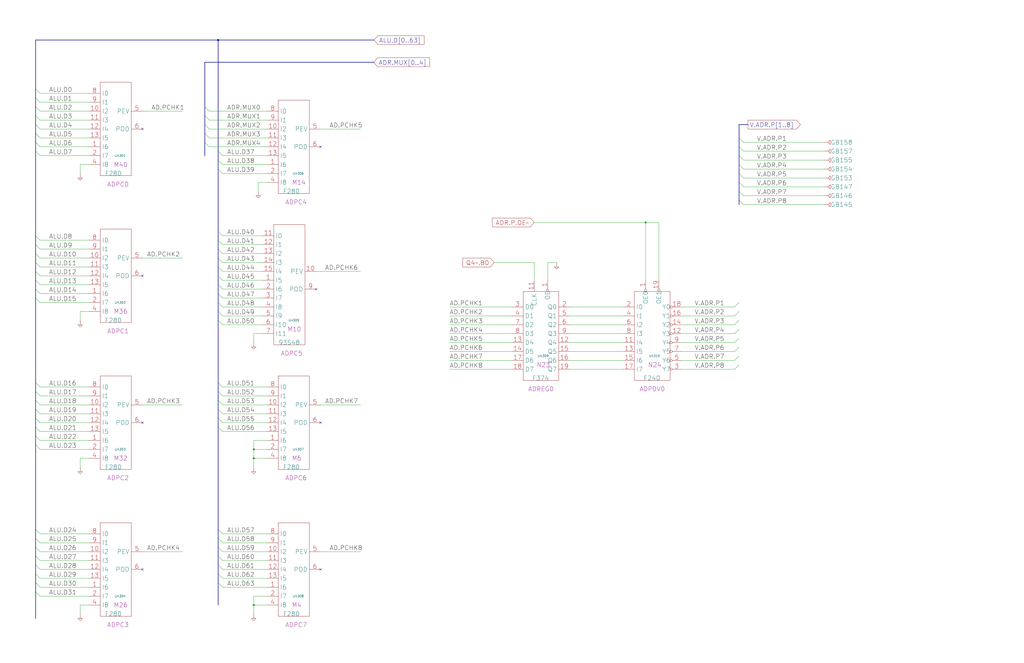
<source format=kicad_sch>
(kicad_sch (version 20230121) (generator eeschema)
  (paper "User" 584.2 378.46)
  (title_block (title "ADDRESS BUS PARITY\\nPARITY") (date "22-MAR-90") (rev "1.0") (comment 1 "VALUE") (comment 2 "232-003063") (comment 3 "S400") (comment 4 "RELEASED"))
  (lib_symbols
    (symbol "r1000:93S48" (pin_names (offset 1.016))
      (property "Reference" "U" (at 2.54 5.08 0))
      (property "Value" "93S48" (at -6.35 -7.62 0))
      (property "Location" "___" (at -1.27 0 0))
      (property "Name" "______" (at 1.27 -15.24 0))
      (symbol "93S48_1_1"
        (rectangle (start -8.89 59.69) (end 8.89 -8.89))
        (pin input line (at -15.24 27.94 0) (length 6.35) (name "I5") (number "1"))
        (pin output line (at 15.24 33.02 180) (length 6.35) (name "PEV") (number "10"))
        (pin input line (at -15.24 53.34 0) (length 6.35) (name "I0") (number "11"))
        (pin input line (at -15.24 48.26 0) (length 6.35) (name "I1") (number "12"))
        (pin input line (at -15.24 43.18 0) (length 6.35) (name "I2") (number "13"))
        (pin input line (at -15.24 38.1 0) (length 6.35) (name "I3") (number "14"))
        (pin input line (at -15.24 33.02 0) (length 6.35) (name "I4") (number "15"))
        (pin input line (at -15.24 22.86 0) (length 6.35) (name "I6") (number "2"))
        (pin input line (at -15.24 17.78 0) (length 6.35) (name "I7") (number "3"))
        (pin input line (at -15.24 12.7 0) (length 6.35) (name "I8") (number "4"))
        (pin input line (at -15.24 7.62 0) (length 6.35) (name "I9") (number "5"))
        (pin input line (at -15.24 2.54 0) (length 6.35) (name "I10") (number "6"))
        (pin input line (at -15.24 -2.54 0) (length 6.35) (name "I11") (number "7"))
        (pin output line (at 15.24 22.86 180) (length 6.35) (name "POD") (number "9"))
      )
    )
    (symbol "r1000:F240" (pin_names (offset 1.016))
      (property "Reference" "U" (at 2.54 5.08 0))
      (property "Value" "F240" (at -3.81 -7.62 0))
      (property "Location" "___" (at -1.27 0 0))
      (property "Name" "______" (at 1.27 -15.24 0))
      (symbol "F240_1_1"
        (rectangle (start -8.89 41.91) (end 11.43 -8.89))
        (circle (center -2.54 42.545) (radius 0.635))
        (circle (center 5.08 42.545) (radius 0.635))
        (circle (center 12.065 -2.54) (radius 0.635))
        (circle (center 12.065 2.54) (radius 0.635))
        (circle (center 12.065 7.62) (radius 0.635))
        (circle (center 12.065 12.7) (radius 0.635))
        (circle (center 12.065 17.78) (radius 0.635))
        (circle (center 12.065 22.86) (radius 0.635))
        (circle (center 12.065 27.94) (radius 0.635))
        (circle (center 12.065 33.02) (radius 0.635))
        (pin input line (at -2.54 48.26 270) (length 5.08) (name "OE0") (number "1"))
        (pin input line (at -15.24 12.7 0) (length 6.35) (name "I4") (number "11"))
        (pin tri_state line (at 17.78 17.78 180) (length 5.08) (name "Y3") (number "12"))
        (pin input line (at -15.24 7.62 0) (length 6.35) (name "I5") (number "13"))
        (pin tri_state line (at 17.78 22.86 180) (length 5.08) (name "Y2") (number "14"))
        (pin input line (at -15.24 2.54 0) (length 6.35) (name "I6") (number "15"))
        (pin tri_state line (at 17.78 27.94 180) (length 5.08) (name "Y1") (number "16"))
        (pin input line (at -15.24 -2.54 0) (length 6.35) (name "I7") (number "17"))
        (pin tri_state line (at 17.78 33.02 180) (length 5.08) (name "Y0") (number "18"))
        (pin input line (at 5.08 48.26 270) (length 5.08) (name "OE1") (number "19"))
        (pin input line (at -15.24 33.02 0) (length 6.35) (name "I0") (number "2"))
        (pin tri_state line (at 17.78 -2.54 180) (length 5.08) (name "Y7") (number "3"))
        (pin input line (at -15.24 27.94 0) (length 6.35) (name "I1") (number "4"))
        (pin tri_state line (at 17.78 2.54 180) (length 5.08) (name "Y6") (number "5"))
        (pin input line (at -15.24 22.86 0) (length 6.35) (name "I2") (number "6"))
        (pin tri_state line (at 17.78 7.62 180) (length 5.08) (name "Y5") (number "7"))
        (pin input line (at -15.24 17.78 0) (length 6.35) (name "I3") (number "8"))
        (pin tri_state line (at 17.78 12.7 180) (length 5.08) (name "Y4") (number "9"))
      )
    )
    (symbol "r1000:F280" (pin_names (offset 1.016))
      (property "Reference" "U" (at 2.54 5.08 0))
      (property "Value" "F280" (at -6.35 -5.08 0))
      (property "Location" "___" (at -1.27 0 0))
      (property "Name" "______" (at 1.27 -12.7 0))
      (symbol "F280_1_1"
        (rectangle (start -8.89 46.99) (end 8.89 -6.35))
        (pin input line (at -15.24 10.16 0) (length 6.35) (name "I6") (number "1"))
        (pin input line (at -15.24 30.48 0) (length 6.35) (name "I2") (number "10"))
        (pin input line (at -15.24 25.4 0) (length 6.35) (name "I3") (number "11"))
        (pin input line (at -15.24 20.32 0) (length 6.35) (name "I4") (number "12"))
        (pin input line (at -15.24 15.24 0) (length 6.35) (name "I5") (number "13"))
        (pin input line (at -15.24 5.08 0) (length 6.35) (name "I7") (number "2"))
        (pin input line (at -15.24 0 0) (length 6.35) (name "I8") (number "4"))
        (pin output line (at 15.24 30.48 180) (length 6.35) (name "PEV") (number "5"))
        (pin output line (at 15.24 20.32 180) (length 6.35) (name "POD") (number "6"))
        (pin input line (at -15.24 40.64 0) (length 6.35) (name "I0") (number "8"))
        (pin input line (at -15.24 35.56 0) (length 6.35) (name "I1") (number "9"))
      )
    )
    (symbol "r1000:F374" (pin_names (offset 1.016))
      (property "Reference" "U" (at 2.54 5.08 0))
      (property "Value" "F374" (at -3.81 -7.62 0))
      (property "Location" "___" (at -1.27 0 0))
      (property "Name" "______" (at 1.27 -15.24 0))
      (symbol "F374_1_1"
        (rectangle (start -8.89 41.91) (end 11.43 -8.89))
        (circle (center 5.08 42.545) (radius 0.635))
        (pin input line (at 5.08 48.26 270) (length 5.08) (name "OE") (number "1"))
        (pin input line (at -2.54 48.26 270) (length 6.35) (name "CLK") (number "11"))
        (pin tri_state line (at 17.78 12.7 180) (length 6.35) (name "Q4") (number "12"))
        (pin input line (at -15.24 12.7 0) (length 6.35) (name "D4") (number "13"))
        (pin input line (at -15.24 7.62 0) (length 6.35) (name "D5") (number "14"))
        (pin tri_state line (at 17.78 7.62 180) (length 6.35) (name "Q5") (number "15"))
        (pin tri_state line (at 17.78 2.54 180) (length 6.35) (name "Q6") (number "16"))
        (pin input line (at -15.24 2.54 0) (length 6.35) (name "D6") (number "17"))
        (pin input line (at -15.24 -2.54 0) (length 6.35) (name "D7") (number "18"))
        (pin tri_state line (at 17.78 -2.54 180) (length 6.35) (name "Q7") (number "19"))
        (pin tri_state line (at 17.78 33.02 180) (length 6.35) (name "Q0") (number "2"))
        (pin input line (at -15.24 33.02 0) (length 6.35) (name "D0") (number "3"))
        (pin input line (at -15.24 27.94 0) (length 6.35) (name "D1") (number "4"))
        (pin tri_state line (at 17.78 27.94 180) (length 6.35) (name "Q1") (number "5"))
        (pin tri_state line (at 17.78 22.86 180) (length 6.35) (name "Q2") (number "6"))
        (pin input line (at -15.24 22.86 0) (length 6.35) (name "D2") (number "7"))
        (pin input line (at -15.24 17.78 0) (length 6.35) (name "D3") (number "8"))
        (pin tri_state line (at 17.78 17.78 180) (length 6.35) (name "Q3") (number "9"))
      )
    )
    (symbol "r1000:GB" (pin_numbers hide) (pin_names (offset 0) hide)
      (property "Reference" "GB" (at 3.81 0 0))
      (symbol "GB_0_1"
        (polyline (pts (xy 2.54 0) (xy 3.81 1.27) (xy 3.81 -1.27) (xy 2.54 0)) (stroke (width 0.1524)))
      )
      (symbol "GB_1_1"
        (pin bidirectional line (at 0 0 0) (length 2.54) (name "") (number "1"))
      )
    )
    (symbol "r1000:PD" (power) (pin_numbers hide) (pin_names hide) (in_bom no)
      (symbol "PD_0_1"
        (polyline (pts (xy 0 -2.54) (xy 1.27 -2.54) (xy 0 -3.81) (xy -1.27 -2.54) (xy 0 -2.54)) (stroke (width 0.1524)))
      )
      (symbol "PD_1_1"
        (pin power_in line (at 0 0 270) (length 2.54) (name "PD") (number "1"))
      )
    )
  )
  (junction (at 124.46 22.86))
  (junction (at 144.78 256.54))
  (junction (at 368.3 127))
  (junction (at 144.78 345.44))
  (junction (at 144.78 261.62))
  (no_connect (at 81.28 157.48))
  (no_connect (at 81.28 73.66))
  (no_connect (at 182.88 83.82))
  (no_connect (at 182.88 241.3))
  (no_connect (at 180.34 165.1))
  (no_connect (at 81.28 325.12))
  (no_connect (at 81.28 241.3))
  (no_connect (at 182.88 325.12))
  (bus_entry (at 124.46 332.74) (size 2.54 2.54))
  (bus_entry (at 20.32 170.18) (size 2.54 2.54))
  (bus_entry (at 421.64 198.12) (size -2.54 2.54))
  (bus_entry (at 20.32 337.82) (size 2.54 2.54))
  (bus_entry (at 421.64 88.9) (size 2.54 2.54))
  (bus_entry (at 124.46 162.56) (size 2.54 2.54))
  (bus_entry (at 20.32 139.7) (size 2.54 2.54))
  (bus_entry (at 124.46 132.08) (size 2.54 2.54))
  (bus_entry (at 124.46 238.76) (size 2.54 2.54))
  (bus_entry (at 116.84 60.96) (size 2.54 2.54))
  (bus_entry (at 421.64 114.3) (size 2.54 2.54))
  (bus_entry (at 20.32 86.36) (size 2.54 2.54))
  (bus_entry (at 20.32 165.1) (size 2.54 2.54))
  (bus_entry (at 421.64 182.88) (size -2.54 2.54))
  (bus_entry (at 124.46 233.68) (size 2.54 2.54))
  (bus_entry (at 421.64 93.98) (size 2.54 2.54))
  (bus_entry (at 421.64 187.96) (size -2.54 2.54))
  (bus_entry (at 20.32 66.04) (size 2.54 2.54))
  (bus_entry (at 20.32 254) (size 2.54 2.54))
  (bus_entry (at 116.84 76.2) (size 2.54 2.54))
  (bus_entry (at 124.46 96.52) (size 2.54 2.54))
  (bus_entry (at 20.32 302.26) (size 2.54 2.54))
  (bus_entry (at 20.32 149.86) (size 2.54 2.54))
  (bus_entry (at 20.32 154.94) (size 2.54 2.54))
  (bus_entry (at 20.32 76.2) (size 2.54 2.54))
  (bus_entry (at 124.46 137.16) (size 2.54 2.54))
  (bus_entry (at 20.32 71.12) (size 2.54 2.54))
  (bus_entry (at 124.46 228.6) (size 2.54 2.54))
  (bus_entry (at 20.32 55.88) (size 2.54 2.54))
  (bus_entry (at 20.32 322.58) (size 2.54 2.54))
  (bus_entry (at 124.46 218.44) (size 2.54 2.54))
  (bus_entry (at 421.64 99.06) (size 2.54 2.54))
  (bus_entry (at 20.32 233.68) (size 2.54 2.54))
  (bus_entry (at 20.32 307.34) (size 2.54 2.54))
  (bus_entry (at 124.46 302.26) (size 2.54 2.54))
  (bus_entry (at 116.84 66.04) (size 2.54 2.54))
  (bus_entry (at 20.32 238.76) (size 2.54 2.54))
  (bus_entry (at 124.46 223.52) (size 2.54 2.54))
  (bus_entry (at 421.64 172.72) (size -2.54 2.54))
  (bus_entry (at 421.64 193.04) (size -2.54 2.54))
  (bus_entry (at 124.46 172.72) (size 2.54 2.54))
  (bus_entry (at 116.84 81.28) (size 2.54 2.54))
  (bus_entry (at 20.32 312.42) (size 2.54 2.54))
  (bus_entry (at 20.32 327.66) (size 2.54 2.54))
  (bus_entry (at 124.46 182.88) (size 2.54 2.54))
  (bus_entry (at 124.46 147.32) (size 2.54 2.54))
  (bus_entry (at 20.32 332.74) (size 2.54 2.54))
  (bus_entry (at 20.32 160.02) (size 2.54 2.54))
  (bus_entry (at 124.46 322.58) (size 2.54 2.54))
  (bus_entry (at 124.46 307.34) (size 2.54 2.54))
  (bus_entry (at 20.32 223.52) (size 2.54 2.54))
  (bus_entry (at 20.32 134.62) (size 2.54 2.54))
  (bus_entry (at 20.32 317.5) (size 2.54 2.54))
  (bus_entry (at 421.64 109.22) (size 2.54 2.54))
  (bus_entry (at 124.46 86.36) (size 2.54 2.54))
  (bus_entry (at 20.32 248.92) (size 2.54 2.54))
  (bus_entry (at 124.46 327.66) (size 2.54 2.54))
  (bus_entry (at 421.64 203.2) (size -2.54 2.54))
  (bus_entry (at 20.32 228.6) (size 2.54 2.54))
  (bus_entry (at 421.64 208.28) (size -2.54 2.54))
  (bus_entry (at 124.46 312.42) (size 2.54 2.54))
  (bus_entry (at 124.46 152.4) (size 2.54 2.54))
  (bus_entry (at 124.46 317.5) (size 2.54 2.54))
  (bus_entry (at 20.32 243.84) (size 2.54 2.54))
  (bus_entry (at 124.46 243.84) (size 2.54 2.54))
  (bus_entry (at 421.64 177.8) (size -2.54 2.54))
  (bus_entry (at 124.46 157.48) (size 2.54 2.54))
  (bus_entry (at 20.32 81.28) (size 2.54 2.54))
  (bus_entry (at 20.32 218.44) (size 2.54 2.54))
  (bus_entry (at 116.84 71.12) (size 2.54 2.54))
  (bus_entry (at 124.46 167.64) (size 2.54 2.54))
  (bus_entry (at 421.64 83.82) (size 2.54 2.54))
  (bus_entry (at 124.46 142.24) (size 2.54 2.54))
  (bus_entry (at 124.46 177.8) (size 2.54 2.54))
  (bus_entry (at 421.64 104.14) (size 2.54 2.54))
  (bus_entry (at 20.32 50.8) (size 2.54 2.54))
  (bus_entry (at 421.64 78.74) (size 2.54 2.54))
  (bus_entry (at 20.32 60.96) (size 2.54 2.54))
  (bus_entry (at 124.46 91.44) (size 2.54 2.54))
  (bus_entry (at 20.32 144.78) (size 2.54 2.54))
  (wire (pts (xy 127 99.06) (xy 152.4 99.06)))
  (wire (pts (xy 256.54 175.26) (xy 292.1 175.26)))
  (bus (pts (xy 20.32 154.94) (xy 20.32 160.02)))
  (bus (pts (xy 124.46 142.24) (xy 124.46 147.32)))
  (wire (pts (xy 144.78 345.44) (xy 152.4 345.44)))
  (bus (pts (xy 124.46 91.44) (xy 124.46 96.52)))
  (bus (pts (xy 20.32 50.8) (xy 20.32 55.88)))
  (bus (pts (xy 20.32 139.7) (xy 20.32 144.78)))
  (bus (pts (xy 124.46 137.16) (xy 124.46 142.24)))
  (wire (pts (xy 304.8 127) (xy 368.3 127)))
  (wire (pts (xy 45.72 350.52) (xy 45.72 345.44)))
  (bus (pts (xy 124.46 96.52) (xy 124.46 132.08)))
  (wire (pts (xy 22.86 314.96) (xy 50.8 314.96)))
  (wire (pts (xy 256.54 180.34) (xy 292.1 180.34)))
  (bus (pts (xy 124.46 22.86) (xy 213.36 22.86)))
  (bus (pts (xy 124.46 22.86) (xy 124.46 86.36)))
  (wire (pts (xy 424.18 86.36) (xy 469.9 86.36)))
  (bus (pts (xy 124.46 307.34) (xy 124.46 312.42)))
  (wire (pts (xy 119.38 83.82) (xy 152.4 83.82)))
  (wire (pts (xy 256.54 185.42) (xy 292.1 185.42)))
  (wire (pts (xy 424.18 81.28) (xy 469.9 81.28)))
  (wire (pts (xy 22.86 220.98) (xy 50.8 220.98)))
  (bus (pts (xy 124.46 182.88) (xy 124.46 218.44)))
  (bus (pts (xy 20.32 66.04) (xy 20.32 71.12)))
  (wire (pts (xy 127 154.94) (xy 149.86 154.94)))
  (wire (pts (xy 127 93.98) (xy 152.4 93.98)))
  (wire (pts (xy 45.72 345.44) (xy 50.8 345.44)))
  (wire (pts (xy 424.18 91.44) (xy 469.9 91.44)))
  (wire (pts (xy 81.28 314.96) (xy 104.14 314.96)))
  (wire (pts (xy 325.12 200.66) (xy 355.6 200.66)))
  (wire (pts (xy 45.72 99.06) (xy 45.72 93.98)))
  (bus (pts (xy 124.46 322.58) (xy 124.46 327.66)))
  (bus (pts (xy 20.32 312.42) (xy 20.32 317.5)))
  (wire (pts (xy 127 185.42) (xy 149.86 185.42)))
  (wire (pts (xy 81.28 147.32) (xy 104.14 147.32)))
  (wire (pts (xy 127 231.14) (xy 152.4 231.14)))
  (wire (pts (xy 22.86 157.48) (xy 50.8 157.48)))
  (wire (pts (xy 312.42 149.86) (xy 312.42 160.02)))
  (wire (pts (xy 22.86 226.06) (xy 50.8 226.06)))
  (wire (pts (xy 119.38 73.66) (xy 152.4 73.66)))
  (bus (pts (xy 124.46 167.64) (xy 124.46 172.72)))
  (wire (pts (xy 127 309.88) (xy 152.4 309.88)))
  (bus (pts (xy 20.32 160.02) (xy 20.32 165.1)))
  (bus (pts (xy 20.32 238.76) (xy 20.32 243.84)))
  (wire (pts (xy 424.18 111.76) (xy 469.9 111.76)))
  (wire (pts (xy 388.62 205.74) (xy 419.1 205.74)))
  (bus (pts (xy 20.32 317.5) (xy 20.32 322.58)))
  (wire (pts (xy 127 134.62) (xy 149.86 134.62)))
  (bus (pts (xy 20.32 81.28) (xy 20.32 86.36)))
  (wire (pts (xy 22.86 172.72) (xy 50.8 172.72)))
  (bus (pts (xy 20.32 86.36) (xy 20.32 134.62)))
  (wire (pts (xy 127 246.38) (xy 152.4 246.38)))
  (bus (pts (xy 124.46 177.8) (xy 124.46 182.88)))
  (wire (pts (xy 22.86 256.54) (xy 50.8 256.54)))
  (wire (pts (xy 144.78 190.5) (xy 149.86 190.5)))
  (bus (pts (xy 421.64 83.82) (xy 421.64 88.9)))
  (bus (pts (xy 124.46 243.84) (xy 124.46 302.26)))
  (wire (pts (xy 147.32 104.14) (xy 152.4 104.14)))
  (wire (pts (xy 144.78 350.52) (xy 144.78 345.44)))
  (bus (pts (xy 116.84 71.12) (xy 116.84 76.2)))
  (wire (pts (xy 22.86 251.46) (xy 50.8 251.46)))
  (wire (pts (xy 325.12 175.26) (xy 355.6 175.26)))
  (wire (pts (xy 22.86 236.22) (xy 50.8 236.22)))
  (bus (pts (xy 116.84 76.2) (xy 116.84 81.28)))
  (wire (pts (xy 45.72 261.62) (xy 50.8 261.62)))
  (wire (pts (xy 388.62 180.34) (xy 419.1 180.34)))
  (bus (pts (xy 20.32 218.44) (xy 20.32 223.52)))
  (wire (pts (xy 127 220.98) (xy 152.4 220.98)))
  (wire (pts (xy 388.62 210.82) (xy 419.1 210.82)))
  (wire (pts (xy 182.88 231.14) (xy 205.74 231.14)))
  (bus (pts (xy 421.64 99.06) (xy 421.64 104.14)))
  (wire (pts (xy 119.38 63.5) (xy 152.4 63.5)))
  (bus (pts (xy 124.46 172.72) (xy 124.46 177.8)))
  (wire (pts (xy 388.62 200.66) (xy 419.1 200.66)))
  (wire (pts (xy 22.86 309.88) (xy 50.8 309.88)))
  (bus (pts (xy 421.64 71.12) (xy 421.64 78.74)))
  (wire (pts (xy 127 170.18) (xy 149.86 170.18)))
  (wire (pts (xy 144.78 261.62) (xy 152.4 261.62)))
  (bus (pts (xy 124.46 218.44) (xy 124.46 223.52)))
  (bus (pts (xy 116.84 81.28) (xy 116.84 88.9)))
  (wire (pts (xy 127 149.86) (xy 149.86 149.86)))
  (bus (pts (xy 20.32 71.12) (xy 20.32 76.2)))
  (wire (pts (xy 22.86 335.28) (xy 50.8 335.28)))
  (wire (pts (xy 45.72 177.8) (xy 50.8 177.8)))
  (bus (pts (xy 20.32 337.82) (xy 20.32 353.06)))
  (bus (pts (xy 20.32 165.1) (xy 20.32 170.18)))
  (bus (pts (xy 20.32 332.74) (xy 20.32 337.82)))
  (wire (pts (xy 127 314.96) (xy 152.4 314.96)))
  (wire (pts (xy 325.12 210.82) (xy 355.6 210.82)))
  (wire (pts (xy 127 241.3) (xy 152.4 241.3)))
  (wire (pts (xy 388.62 175.26) (xy 419.1 175.26)))
  (wire (pts (xy 424.18 96.52) (xy 469.9 96.52)))
  (bus (pts (xy 124.46 223.52) (xy 124.46 228.6)))
  (wire (pts (xy 127 88.9) (xy 152.4 88.9)))
  (wire (pts (xy 127 304.8) (xy 152.4 304.8)))
  (wire (pts (xy 81.28 63.5) (xy 104.14 63.5)))
  (bus (pts (xy 124.46 312.42) (xy 124.46 317.5)))
  (wire (pts (xy 22.86 73.66) (xy 50.8 73.66)))
  (bus (pts (xy 20.32 149.86) (xy 20.32 154.94)))
  (bus (pts (xy 20.32 322.58) (xy 20.32 327.66)))
  (bus (pts (xy 421.64 71.12) (xy 426.72 71.12)))
  (bus (pts (xy 124.46 86.36) (xy 124.46 91.44)))
  (bus (pts (xy 421.64 109.22) (xy 421.64 114.3)))
  (wire (pts (xy 127 175.26) (xy 149.86 175.26)))
  (bus (pts (xy 421.64 104.14) (xy 421.64 109.22)))
  (wire (pts (xy 147.32 109.22) (xy 147.32 104.14)))
  (wire (pts (xy 144.78 195.58) (xy 144.78 190.5)))
  (wire (pts (xy 375.92 127) (xy 375.92 160.02)))
  (bus (pts (xy 20.32 243.84) (xy 20.32 248.92)))
  (bus (pts (xy 124.46 132.08) (xy 124.46 137.16)))
  (wire (pts (xy 127 330.2) (xy 152.4 330.2)))
  (wire (pts (xy 256.54 210.82) (xy 292.1 210.82)))
  (bus (pts (xy 421.64 78.74) (xy 421.64 83.82)))
  (bus (pts (xy 124.46 147.32) (xy 124.46 152.4)))
  (wire (pts (xy 127 236.22) (xy 152.4 236.22)))
  (bus (pts (xy 124.46 157.48) (xy 124.46 162.56)))
  (bus (pts (xy 124.46 317.5) (xy 124.46 322.58)))
  (wire (pts (xy 45.72 93.98) (xy 50.8 93.98)))
  (bus (pts (xy 124.46 228.6) (xy 124.46 233.68)))
  (wire (pts (xy 127 226.06) (xy 152.4 226.06)))
  (wire (pts (xy 144.78 251.46) (xy 144.78 256.54)))
  (bus (pts (xy 124.46 152.4) (xy 124.46 157.48)))
  (wire (pts (xy 22.86 330.2) (xy 50.8 330.2)))
  (bus (pts (xy 20.32 22.86) (xy 124.46 22.86)))
  (bus (pts (xy 20.32 55.88) (xy 20.32 60.96)))
  (wire (pts (xy 325.12 185.42) (xy 355.6 185.42)))
  (bus (pts (xy 421.64 88.9) (xy 421.64 93.98)))
  (wire (pts (xy 152.4 251.46) (xy 144.78 251.46)))
  (wire (pts (xy 45.72 182.88) (xy 45.72 177.8)))
  (wire (pts (xy 144.78 256.54) (xy 144.78 261.62)))
  (wire (pts (xy 22.86 304.8) (xy 50.8 304.8)))
  (wire (pts (xy 317.5 149.86) (xy 312.42 149.86)))
  (wire (pts (xy 22.86 167.64) (xy 50.8 167.64)))
  (wire (pts (xy 119.38 78.74) (xy 152.4 78.74)))
  (bus (pts (xy 116.84 35.56) (xy 116.84 60.96)))
  (wire (pts (xy 304.8 149.86) (xy 304.8 160.02)))
  (wire (pts (xy 388.62 185.42) (xy 419.1 185.42)))
  (wire (pts (xy 144.78 256.54) (xy 152.4 256.54)))
  (wire (pts (xy 127 160.02) (xy 149.86 160.02)))
  (bus (pts (xy 116.84 35.56) (xy 213.36 35.56)))
  (wire (pts (xy 325.12 195.58) (xy 355.6 195.58)))
  (wire (pts (xy 22.86 137.16) (xy 50.8 137.16)))
  (wire (pts (xy 22.86 63.5) (xy 50.8 63.5)))
  (wire (pts (xy 127 139.7) (xy 149.86 139.7)))
  (wire (pts (xy 22.86 58.42) (xy 50.8 58.42)))
  (wire (pts (xy 22.86 142.24) (xy 50.8 142.24)))
  (bus (pts (xy 20.32 60.96) (xy 20.32 66.04)))
  (wire (pts (xy 256.54 200.66) (xy 292.1 200.66)))
  (bus (pts (xy 20.32 302.26) (xy 20.32 307.34)))
  (bus (pts (xy 20.32 22.86) (xy 20.32 50.8)))
  (wire (pts (xy 424.18 116.84) (xy 469.9 116.84)))
  (bus (pts (xy 20.32 76.2) (xy 20.32 81.28)))
  (wire (pts (xy 180.34 154.94) (xy 205.74 154.94)))
  (wire (pts (xy 22.86 325.12) (xy 50.8 325.12)))
  (wire (pts (xy 119.38 68.58) (xy 152.4 68.58)))
  (wire (pts (xy 325.12 205.74) (xy 355.6 205.74)))
  (bus (pts (xy 20.32 223.52) (xy 20.32 228.6)))
  (wire (pts (xy 127 320.04) (xy 152.4 320.04)))
  (wire (pts (xy 281.94 149.86) (xy 304.8 149.86)))
  (wire (pts (xy 22.86 320.04) (xy 50.8 320.04)))
  (bus (pts (xy 421.64 93.98) (xy 421.64 99.06)))
  (wire (pts (xy 368.3 127) (xy 368.3 160.02)))
  (wire (pts (xy 144.78 340.36) (xy 144.78 345.44)))
  (bus (pts (xy 116.84 60.96) (xy 116.84 66.04)))
  (bus (pts (xy 20.32 327.66) (xy 20.32 332.74)))
  (bus (pts (xy 20.32 144.78) (xy 20.32 149.86)))
  (wire (pts (xy 22.86 340.36) (xy 50.8 340.36)))
  (wire (pts (xy 22.86 53.34) (xy 50.8 53.34)))
  (wire (pts (xy 22.86 152.4) (xy 50.8 152.4)))
  (wire (pts (xy 22.86 231.14) (xy 50.8 231.14)))
  (bus (pts (xy 124.46 162.56) (xy 124.46 167.64)))
  (wire (pts (xy 127 325.12) (xy 152.4 325.12)))
  (wire (pts (xy 22.86 78.74) (xy 50.8 78.74)))
  (wire (pts (xy 256.54 195.58) (xy 292.1 195.58)))
  (wire (pts (xy 144.78 266.7) (xy 144.78 261.62)))
  (bus (pts (xy 20.32 233.68) (xy 20.32 238.76)))
  (wire (pts (xy 152.4 340.36) (xy 144.78 340.36)))
  (bus (pts (xy 20.32 248.92) (xy 20.32 254)))
  (wire (pts (xy 22.86 241.3) (xy 50.8 241.3)))
  (wire (pts (xy 22.86 83.82) (xy 50.8 83.82)))
  (bus (pts (xy 421.64 114.3) (xy 421.64 116.84)))
  (wire (pts (xy 424.18 106.68) (xy 469.9 106.68)))
  (bus (pts (xy 124.46 233.68) (xy 124.46 238.76)))
  (wire (pts (xy 325.12 180.34) (xy 355.6 180.34)))
  (wire (pts (xy 127 180.34) (xy 149.86 180.34)))
  (bus (pts (xy 124.46 238.76) (xy 124.46 243.84)))
  (wire (pts (xy 127 335.28) (xy 152.4 335.28)))
  (wire (pts (xy 424.18 101.6) (xy 469.9 101.6)))
  (wire (pts (xy 388.62 195.58) (xy 419.1 195.58)))
  (bus (pts (xy 124.46 302.26) (xy 124.46 307.34)))
  (wire (pts (xy 256.54 205.74) (xy 292.1 205.74)))
  (bus (pts (xy 20.32 254) (xy 20.32 302.26)))
  (wire (pts (xy 182.88 73.66) (xy 205.74 73.66)))
  (wire (pts (xy 325.12 190.5) (xy 355.6 190.5)))
  (bus (pts (xy 124.46 332.74) (xy 124.46 345.44)))
  (bus (pts (xy 124.46 327.66) (xy 124.46 332.74)))
  (bus (pts (xy 20.32 307.34) (xy 20.32 312.42)))
  (wire (pts (xy 388.62 190.5) (xy 419.1 190.5)))
  (wire (pts (xy 45.72 266.7) (xy 45.72 261.62)))
  (bus (pts (xy 20.32 228.6) (xy 20.32 233.68)))
  (wire (pts (xy 22.86 246.38) (xy 50.8 246.38)))
  (bus (pts (xy 20.32 170.18) (xy 20.32 218.44)))
  (bus (pts (xy 116.84 66.04) (xy 116.84 71.12)))
  (wire (pts (xy 22.86 68.58) (xy 50.8 68.58)))
  (wire (pts (xy 368.3 127) (xy 375.92 127)))
  (wire (pts (xy 182.88 314.96) (xy 205.74 314.96)))
  (bus (pts (xy 20.32 134.62) (xy 20.32 139.7)))
  (wire (pts (xy 81.28 231.14) (xy 104.14 231.14)))
  (wire (pts (xy 127 144.78) (xy 149.86 144.78)))
  (wire (pts (xy 22.86 162.56) (xy 50.8 162.56)))
  (wire (pts (xy 127 165.1) (xy 149.86 165.1)))
  (wire (pts (xy 22.86 88.9) (xy 50.8 88.9)))
  (wire (pts (xy 22.86 147.32) (xy 50.8 147.32)))
  (wire (pts (xy 256.54 190.5) (xy 292.1 190.5)))
  (label "V.ADR.P7" (at 431.8 111.76 0) (effects (font (size 2.54 2.54))))
  (label "ALU.D18" (at 27.94 231.14 0) (effects (font (size 2.54 2.54))))
  (label "ALU.D50" (at 129.54 185.42 0) (effects (font (size 2.54 2.54))))
  (label "ALU.D41" (at 129.54 139.7 0) (effects (font (size 2.54 2.54))))
  (label "ALU.D63" (at 129.54 335.28 0) (effects (font (size 2.54 2.54))))
  (label "ALU.D38" (at 129.54 93.98 0) (effects (font (size 2.54 2.54))))
  (label "AD.PCHK2" (at 256.54 180.34 0) (effects (font (size 2.54 2.54))))
  (label "V.ADR.P8" (at 431.8 116.84 0) (effects (font (size 2.54 2.54))))
  (label "ADR.MUX3" (at 129.54 78.74 0) (effects (font (size 2.54 2.54))))
  (label "ADR.MUX4" (at 129.54 83.82 0) (effects (font (size 2.54 2.54))))
  (label "ALU.D52" (at 129.54 226.06 0) (effects (font (size 2.54 2.54))))
  (label "ALU.D28" (at 27.94 325.12 0) (effects (font (size 2.54 2.54))))
  (label "ALU.D39" (at 129.54 99.06 0) (effects (font (size 2.54 2.54))))
  (label "AD.PCHK7" (at 185.42 231.14 0) (effects (font (size 2.54 2.54))))
  (label "ALU.D54" (at 129.54 236.22 0) (effects (font (size 2.54 2.54))))
  (label "ALU.D26" (at 27.94 314.96 0) (effects (font (size 2.54 2.54))))
  (label "ALU.D7" (at 27.94 88.9 0) (effects (font (size 2.54 2.54))))
  (label "ALU.D19" (at 27.94 236.22 0) (effects (font (size 2.54 2.54))))
  (label "ALU.D4" (at 27.94 73.66 0) (effects (font (size 2.54 2.54))))
  (label "ALU.D5" (at 27.94 78.74 0) (effects (font (size 2.54 2.54))))
  (label "V.ADR.P1" (at 396.24 175.26 0) (effects (font (size 2.54 2.54))))
  (label "V.ADR.P6" (at 431.8 106.68 0) (effects (font (size 2.54 2.54))))
  (label "ALU.D57" (at 129.54 304.8 0) (effects (font (size 2.54 2.54))))
  (label "ALU.D0" (at 27.94 53.34 0) (effects (font (size 2.54 2.54))))
  (label "ADR.MUX1" (at 129.54 68.58 0) (effects (font (size 2.54 2.54))))
  (label "ALU.D21" (at 27.94 246.38 0) (effects (font (size 2.54 2.54))))
  (label "ALU.D13" (at 27.94 162.56 0) (effects (font (size 2.54 2.54))))
  (label "AD.PCHK2" (at 83.82 147.32 0) (effects (font (size 2.54 2.54))))
  (label "V.ADR.P3" (at 396.24 185.42 0) (effects (font (size 2.54 2.54))))
  (label "ALU.D3" (at 27.94 68.58 0) (effects (font (size 2.54 2.54))))
  (label "ALU.D44" (at 129.54 154.94 0) (effects (font (size 2.54 2.54))))
  (label "AD.PCHK3" (at 256.54 185.42 0) (effects (font (size 2.54 2.54))))
  (label "V.ADR.P2" (at 396.24 180.34 0) (effects (font (size 2.54 2.54))))
  (label "V.ADR.P3" (at 431.8 91.44 0) (effects (font (size 2.54 2.54))))
  (label "ALU.D11" (at 27.94 152.4 0) (effects (font (size 2.54 2.54))))
  (label "V.ADR.P8" (at 396.24 210.82 0) (effects (font (size 2.54 2.54))))
  (label "AD.PCHK8" (at 187.96 314.96 0) (effects (font (size 2.54 2.54))))
  (label "V.ADR.P1" (at 431.8 81.28 0) (effects (font (size 2.54 2.54))))
  (label "ALU.D23" (at 27.94 256.54 0) (effects (font (size 2.54 2.54))))
  (label "ALU.D2" (at 27.94 63.5 0) (effects (font (size 2.54 2.54))))
  (label "AD.PCHK1" (at 86.36 63.5 0) (effects (font (size 2.54 2.54))))
  (label "V.ADR.P2" (at 431.8 86.36 0) (effects (font (size 2.54 2.54))))
  (label "AD.PCHK5" (at 256.54 195.58 0) (effects (font (size 2.54 2.54))))
  (label "ALU.D15" (at 27.94 172.72 0) (effects (font (size 2.54 2.54))))
  (label "ALU.D24" (at 27.94 304.8 0) (effects (font (size 2.54 2.54))))
  (label "ALU.D22" (at 27.94 251.46 0) (effects (font (size 2.54 2.54))))
  (label "AD.PCHK7" (at 256.54 205.74 0) (effects (font (size 2.54 2.54))))
  (label "ALU.D56" (at 129.54 246.38 0) (effects (font (size 2.54 2.54))))
  (label "V.ADR.P4" (at 396.24 190.5 0) (effects (font (size 2.54 2.54))))
  (label "ALU.D1" (at 27.94 58.42 0) (effects (font (size 2.54 2.54))))
  (label "AD.PCHK4" (at 83.82 314.96 0) (effects (font (size 2.54 2.54))))
  (label "ALU.D29" (at 27.94 330.2 0) (effects (font (size 2.54 2.54))))
  (label "ALU.D61" (at 129.54 325.12 0) (effects (font (size 2.54 2.54))))
  (label "AD.PCHK3" (at 83.82 231.14 0) (effects (font (size 2.54 2.54))))
  (label "ALU.D59" (at 129.54 314.96 0) (effects (font (size 2.54 2.54))))
  (label "ALU.D51" (at 129.54 220.98 0) (effects (font (size 2.54 2.54))))
  (label "ALU.D12" (at 27.94 157.48 0) (effects (font (size 2.54 2.54))))
  (label "AD.PCHK6" (at 185.42 154.94 0) (effects (font (size 2.54 2.54))))
  (label "AD.PCHK5" (at 187.96 73.66 0) (effects (font (size 2.54 2.54))))
  (label "ALU.D47" (at 129.54 170.18 0) (effects (font (size 2.54 2.54))))
  (label "ALU.D45" (at 129.54 160.02 0) (effects (font (size 2.54 2.54))))
  (label "ALU.D40" (at 129.54 134.62 0) (effects (font (size 2.54 2.54))))
  (label "ALU.D9" (at 27.94 142.24 0) (effects (font (size 2.54 2.54))))
  (label "V.ADR.P5" (at 431.8 101.6 0) (effects (font (size 2.54 2.54))))
  (label "ALU.D27" (at 27.94 320.04 0) (effects (font (size 2.54 2.54))))
  (label "ADR.MUX0" (at 129.54 63.5 0) (effects (font (size 2.54 2.54))))
  (label "ALU.D55" (at 129.54 241.3 0) (effects (font (size 2.54 2.54))))
  (label "ALU.D31" (at 27.94 340.36 0) (effects (font (size 2.54 2.54))))
  (label "AD.PCHK8" (at 256.54 210.82 0) (effects (font (size 2.54 2.54))))
  (label "V.ADR.P7" (at 396.24 205.74 0) (effects (font (size 2.54 2.54))))
  (label "ALU.D6" (at 27.94 83.82 0) (effects (font (size 2.54 2.54))))
  (label "V.ADR.P5" (at 396.24 195.58 0) (effects (font (size 2.54 2.54))))
  (label "ADR.MUX2" (at 129.54 73.66 0) (effects (font (size 2.54 2.54))))
  (label "ALU.D17" (at 27.94 226.06 0) (effects (font (size 2.54 2.54))))
  (label "ALU.D16" (at 27.94 220.98 0) (effects (font (size 2.54 2.54))))
  (label "ALU.D30" (at 27.94 335.28 0) (effects (font (size 2.54 2.54))))
  (label "AD.PCHK1" (at 256.54 175.26 0) (effects (font (size 2.54 2.54))))
  (label "ALU.D25" (at 27.94 309.88 0) (effects (font (size 2.54 2.54))))
  (label "AD.PCHK6" (at 256.54 200.66 0) (effects (font (size 2.54 2.54))))
  (label "ALU.D37" (at 129.54 88.9 0) (effects (font (size 2.54 2.54))))
  (label "ALU.D60" (at 129.54 320.04 0) (effects (font (size 2.54 2.54))))
  (label "ALU.D10" (at 27.94 147.32 0) (effects (font (size 2.54 2.54))))
  (label "V.ADR.P6" (at 396.24 200.66 0) (effects (font (size 2.54 2.54))))
  (label "ALU.D20" (at 27.94 241.3 0) (effects (font (size 2.54 2.54))))
  (label "ALU.D53" (at 129.54 231.14 0) (effects (font (size 2.54 2.54))))
  (label "ALU.D8" (at 27.94 137.16 0) (effects (font (size 2.54 2.54))))
  (label "V.ADR.P4" (at 431.8 96.52 0) (effects (font (size 2.54 2.54))))
  (label "ALU.D42" (at 129.54 144.78 0) (effects (font (size 2.54 2.54))))
  (label "ALU.D43" (at 129.54 149.86 0) (effects (font (size 2.54 2.54))))
  (label "ALU.D48" (at 129.54 175.26 0) (effects (font (size 2.54 2.54))))
  (label "ALU.D46" (at 129.54 165.1 0) (effects (font (size 2.54 2.54))))
  (label "ALU.D62" (at 129.54 330.2 0) (effects (font (size 2.54 2.54))))
  (label "ALU.D49" (at 129.54 180.34 0) (effects (font (size 2.54 2.54))))
  (label "ALU.D14" (at 27.94 167.64 0) (effects (font (size 2.54 2.54))))
  (label "ALU.D58" (at 129.54 309.88 0) (effects (font (size 2.54 2.54))))
  (label "AD.PCHK4" (at 256.54 190.5 0) (effects (font (size 2.54 2.54))))
  (global_label "ALU.D[0..63]" (shape input) (at 213.36 22.86 0) (effects (font (size 2.54 2.54))) (property "Intersheetrefs" "${INTERSHEET_REFS}" (at 241.8927 22.7013 0) (effects (font (size 1.905 1.905)) (justify left))))
  (global_label "V.ADR.P[1..8]" (shape output) (at 426.72 71.12 0) (effects (font (size 2.54 2.54))) (property "Intersheetrefs" "${INTERSHEET_REFS}" (at 456.3926 70.9613 0) (effects (font (size 1.905 1.905)) (justify left))))
  (global_label "ADR.MUX[0..4]" (shape input) (at 213.1612 35.56 0) (effects (font (size 2.54 2.54))) (property "Intersheetrefs" "${INTERSHEET_REFS}" (at 245.0805 35.4013 0) (effects (font (size 1.905 1.905)) (justify left))))
  (global_label "Q4~.B0" (shape input) (at 281.94 149.86 180) (effects (font (size 2.54 2.54))) (property "Intersheetrefs" "${INTERSHEET_REFS}" (at 264.0511 149.7013 0) (effects (font (size 1.905 1.905)) (justify right))))
  (global_label "ADR.P.OE~" (shape input) (at 304.8 127 180) (effects (font (size 2.54 2.54))) (property "Intersheetrefs" "${INTERSHEET_REFS}" (at 280.9845 126.8413 0) (effects (font (size 1.905 1.905)) (justify right))))
  (symbol (lib_id "r1000:PD") (at 144.78 195.58 0) (unit 1) (in_bom no)
    (property "Reference" "#PWR04305" (effects hide))
    (property "Value" "PD" (effects hide))
  )
  (symbol (lib_id "r1000:F240") (at 370.84 208.28 0) (unit 1)
    (property "Reference" "U4310" (at 373.38 203.2 0))
    (property "Value" "F240" (at 367.03 215.9 0) (effects (font (size 2.54 2.54)) (justify left)))
    (property "Location" "N24" (at 369.57 208.28 0) (effects (font (size 2.54 2.54)) (justify left)))
    (property "Name" "ADPDV0" (at 372.11 223.52 0) (effects (font (size 2.54 2.54)) (justify bottom)))
  )
  (symbol (lib_id "r1000:PD") (at 45.72 99.06 0) (unit 1) (in_bom no)
    (property "Reference" "#PWR04301" (effects hide))
    (property "Value" "PD" (effects hide))
  )
  (symbol (lib_id "r1000:93S48") (at 165.1 187.96 0) (unit 1)
    (property "Reference" "U4305" (at 167.64 182.88 0))
    (property "Value" "93S48" (at 158.75 195.58 0) (effects (font (size 2.54 2.54)) (justify left)))
    (property "Location" "M10" (at 163.83 187.96 0) (effects (font (size 2.54 2.54)) (justify left)))
    (property "Name" "ADPC5" (at 166.37 203.2 0) (effects (font (size 2.54 2.54)) (justify bottom)))
  )
  (symbol (lib_id "r1000:GB") (at 469.9 86.36 0) (unit 1)
    (property "Reference" "GB157" (at 473.71 86.36 0) (effects (font (size 2.54 2.54)) (justify left)))
    (property "Value" "GB" (effects hide))
  )
  (symbol (lib_id "r1000:PD") (at 45.72 266.7 0) (unit 1) (in_bom no)
    (property "Reference" "#PWR04303" (effects hide))
    (property "Value" "PD" (effects hide))
  )
  (symbol (lib_id "r1000:PD") (at 45.72 350.52 0) (unit 1) (in_bom no)
    (property "Reference" "#PWR04304" (effects hide))
    (property "Value" "PD" (effects hide))
  )
  (symbol (lib_id "r1000:GB") (at 469.9 91.44 0) (unit 1)
    (property "Reference" "GB155" (at 473.71 91.44 0) (effects (font (size 2.54 2.54)) (justify left)))
    (property "Value" "GB" (effects hide))
  )
  (symbol (lib_id "r1000:F280") (at 66.04 93.98 0) (unit 1)
    (property "Reference" "U4301" (at 68.58 88.9 0))
    (property "Value" "F280" (at 59.69 99.06 0) (effects (font (size 2.54 2.54)) (justify left)))
    (property "Location" "M40" (at 64.77 93.98 0) (effects (font (size 2.54 2.54)) (justify left)))
    (property "Name" "ADPC0" (at 67.31 106.68 0) (effects (font (size 2.54 2.54)) (justify bottom)))
  )
  (symbol (lib_id "r1000:PD") (at 144.78 266.7 0) (unit 1) (in_bom no)
    (property "Reference" "#PWR04306" (effects hide))
    (property "Value" "PD" (effects hide))
  )
  (symbol (lib_id "r1000:F280") (at 66.04 345.44 0) (unit 1)
    (property "Reference" "U4304" (at 68.58 340.36 0))
    (property "Value" "F280" (at 59.69 350.52 0) (effects (font (size 2.54 2.54)) (justify left)))
    (property "Location" "M26" (at 64.77 345.44 0) (effects (font (size 2.54 2.54)) (justify left)))
    (property "Name" "ADPC3" (at 67.31 358.14 0) (effects (font (size 2.54 2.54)) (justify bottom)))
  )
  (symbol (lib_id "r1000:F280") (at 167.64 261.62 0) (unit 1)
    (property "Reference" "U4307" (at 170.18 256.54 0))
    (property "Value" "F280" (at 161.29 266.7 0) (effects (font (size 2.54 2.54)) (justify left)))
    (property "Location" "M6" (at 166.37 261.62 0) (effects (font (size 2.54 2.54)) (justify left)))
    (property "Name" "ADPC6" (at 168.91 274.32 0) (effects (font (size 2.54 2.54)) (justify bottom)))
  )
  (symbol (lib_id "r1000:F374") (at 307.34 208.28 0) (unit 1)
    (property "Reference" "U4309" (at 309.88 203.2 0))
    (property "Value" "F374" (at 303.53 215.9 0) (effects (font (size 2.54 2.54)) (justify left)))
    (property "Location" "N23" (at 306.07 208.28 0) (effects (font (size 2.54 2.54)) (justify left)))
    (property "Name" "ADREG0" (at 308.61 223.52 0) (effects (font (size 2.54 2.54)) (justify bottom)))
  )
  (symbol (lib_id "r1000:GB") (at 469.9 96.52 0) (unit 1)
    (property "Reference" "GB154" (at 473.71 96.52 0) (effects (font (size 2.54 2.54)) (justify left)))
    (property "Value" "GB" (effects hide))
  )
  (symbol (lib_id "r1000:PD") (at 147.32 109.22 0) (unit 1) (in_bom no)
    (property "Reference" "#PWR04308" (effects hide))
    (property "Value" "PD" (effects hide))
  )
  (symbol (lib_id "r1000:PD") (at 317.5 149.86 0) (unit 1) (in_bom no)
    (property "Reference" "#PWR0118" (effects hide))
    (property "Value" "PD" (effects hide))
  )
  (symbol (lib_id "r1000:F280") (at 66.04 177.8 0) (unit 1)
    (property "Reference" "U4302" (at 68.58 172.72 0))
    (property "Value" "F280" (at 59.69 182.88 0) (effects (font (size 2.54 2.54)) (justify left)))
    (property "Location" "M36" (at 64.77 177.8 0) (effects (font (size 2.54 2.54)) (justify left)))
    (property "Name" "ADPC1" (at 67.31 190.5 0) (effects (font (size 2.54 2.54)) (justify bottom)))
  )
  (symbol (lib_id "r1000:PD") (at 45.72 182.88 0) (unit 1) (in_bom no)
    (property "Reference" "#PWR04302" (effects hide))
    (property "Value" "PD" (effects hide))
  )
  (symbol (lib_id "r1000:F280") (at 66.04 261.62 0) (unit 1)
    (property "Reference" "U4303" (at 68.58 256.54 0))
    (property "Value" "F280" (at 59.69 266.7 0) (effects (font (size 2.54 2.54)) (justify left)))
    (property "Location" "M32" (at 64.77 261.62 0) (effects (font (size 2.54 2.54)) (justify left)))
    (property "Name" "ADPC2" (at 67.31 274.32 0) (effects (font (size 2.54 2.54)) (justify bottom)))
  )
  (symbol (lib_id "r1000:GB") (at 469.9 111.76 0) (unit 1)
    (property "Reference" "GB146" (at 473.71 111.76 0) (effects (font (size 2.54 2.54)) (justify left)))
    (property "Value" "GB" (effects hide))
  )
  (symbol (lib_id "r1000:PD") (at 144.78 350.52 0) (unit 1) (in_bom no)
    (property "Reference" "#PWR04307" (effects hide))
    (property "Value" "PD" (effects hide))
  )
  (symbol (lib_id "r1000:GB") (at 469.9 101.6 0) (unit 1)
    (property "Reference" "GB153" (at 473.71 101.6 0) (effects (font (size 2.54 2.54)) (justify left)))
    (property "Value" "GB" (effects hide))
  )
  (symbol (lib_id "r1000:F280") (at 167.64 345.44 0) (unit 1)
    (property "Reference" "U4308" (at 170.18 340.36 0))
    (property "Value" "F280" (at 161.29 350.52 0) (effects (font (size 2.54 2.54)) (justify left)))
    (property "Location" "M4" (at 166.37 345.44 0) (effects (font (size 2.54 2.54)) (justify left)))
    (property "Name" "ADPC7" (at 168.91 358.14 0) (effects (font (size 2.54 2.54)) (justify bottom)))
  )
  (symbol (lib_id "r1000:GB") (at 469.9 106.68 0) (unit 1)
    (property "Reference" "GB147" (at 473.71 106.68 0) (effects (font (size 2.54 2.54)) (justify left)))
    (property "Value" "GB" (effects hide))
  )
  (symbol (lib_id "r1000:GB") (at 469.9 116.84 0) (unit 1)
    (property "Reference" "GB145" (at 473.71 116.84 0) (effects (font (size 2.54 2.54)) (justify left)))
    (property "Value" "GB" (effects hide))
  )
  (symbol (lib_id "r1000:GB") (at 469.9 81.28 0) (unit 1)
    (property "Reference" "GB158" (at 473.71 81.28 0) (effects (font (size 2.54 2.54)) (justify left)))
    (property "Value" "GB" (effects hide))
  )
  (symbol (lib_id "r1000:F280") (at 167.64 104.14 0) (unit 1)
    (property "Reference" "U4306" (at 170.18 99.06 0))
    (property "Value" "F280" (at 161.29 109.22 0) (effects (font (size 2.54 2.54)) (justify left)))
    (property "Location" "M14" (at 166.37 104.14 0) (effects (font (size 2.54 2.54)) (justify left)))
    (property "Name" "ADPC4" (at 168.91 116.84 0) (effects (font (size 2.54 2.54)) (justify bottom)))
  )
)
</source>
